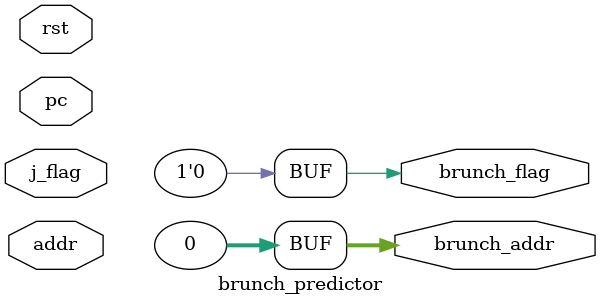
<source format=v>
module brunch_predictor(
    input wire rst,
    input wire j_flag,
    input wire[31:0] pc,
    input wire[31:0] addr,
    output reg brunch_flag,
    output reg[31:0] brunch_addr
);

always @(*)begin
    if(rst||~j_flag) begin 
        brunch_flag=0;
        brunch_addr<=32'b0;
    end begin//always not take
        brunch_flag<=0;
        brunch_addr<=32'b0;
    end
end

endmodule
</source>
